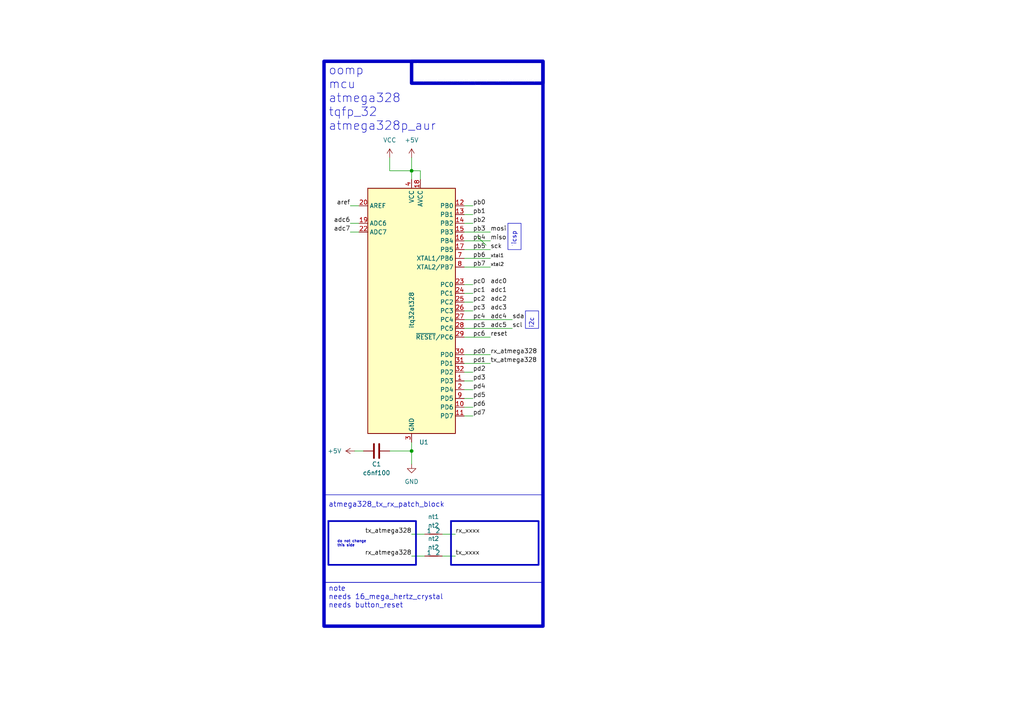
<source format=kicad_sch>
(kicad_sch (version 20230121) (generator eeschema)
  (paper "A4")
  (lib_symbols
    (symbol "oomlout_oomp_part_symbols:c6nf100_electronic_capacitor_0603_100_nano_farad" (pin_numbers hide) (pin_names (offset 0.254))
      (property "Reference" "C" (at 0.635 2.54 0))
      (property "Value" "c6nf100_electronic_capacitor_0603_100_nano_farad" (at 0.635 -2.54 0))
      (symbol "c6nf100_electronic_capacitor_0603_100_nano_farad_0_1"
        (polyline (pts (xy -2.032 -0.762) (xy 2.032 -0.762)) (stroke (width 0.508)))
        (polyline (pts (xy -2.032 0.762) (xy 2.032 0.762)) (stroke (width 0.508)))
      )
      (symbol "c6nf100_electronic_capacitor_0603_100_nano_farad_1_1"
        (pin passive line (at 0 3.81 270) (length 2.794) (name "~") (number "1"))
        (pin passive line (at 0 -3.81 90) (length 2.794) (name "~") (number "2"))
      )
    )
    (symbol "oomlout_oomp_part_symbols:itq32at328_electronic_ic_tqfp_32_mcu_atmega328_microchip_atmega328p_aur"
      (property "Reference" "J" (at -12.7 36.83 0))
      (property "Value" "itq32at328_electronic_ic_tqfp_32_mcu_atmega328_microchip_atmega328p_aur" (at 2.54 -36.83 0))
      (symbol "itq32at328_electronic_ic_tqfp_32_mcu_atmega328_microchip_atmega328p_aur_0_1"
        (rectangle (start -12.7 -35.56) (end 12.7 35.56) (stroke (width 0.254)) (fill (type background)))
      )
      (symbol "itq32at328_electronic_ic_tqfp_32_mcu_atmega328_microchip_atmega328p_aur_1_1"
        (pin bidirectional line (at 15.24 -20.32 180) (length 2.54) (name "PD3") (number "1"))
        (pin bidirectional line (at 15.24 -27.94 180) (length 2.54) (name "PD6") (number "10"))
        (pin bidirectional line (at 15.24 -30.48 180) (length 2.54) (name "PD7") (number "11"))
        (pin bidirectional line (at 15.24 30.48 180) (length 2.54) (name "PB0") (number "12"))
        (pin bidirectional line (at 15.24 27.94 180) (length 2.54) (name "PB1") (number "13"))
        (pin bidirectional line (at 15.24 25.4 180) (length 2.54) (name "PB2") (number "14"))
        (pin bidirectional line (at 15.24 22.86 180) (length 2.54) (name "PB3") (number "15"))
        (pin bidirectional line (at 15.24 20.32 180) (length 2.54) (name "PB4") (number "16"))
        (pin bidirectional line (at 15.24 17.78 180) (length 2.54) (name "PB5") (number "17"))
        (pin power_in line (at 2.54 38.1 270) (length 2.54) (name "AVCC") (number "18"))
        (pin input line (at -15.24 25.4 0) (length 2.54) (name "ADC6") (number "19"))
        (pin bidirectional line (at 15.24 -22.86 180) (length 2.54) (name "PD4") (number "2"))
        (pin passive line (at -15.24 30.48 0) (length 2.54) (name "AREF") (number "20"))
        (pin passive line (at 0 -38.1 90) (length 2.54) hide (name "GND") (number "21"))
        (pin input line (at -15.24 22.86 0) (length 2.54) (name "ADC7") (number "22"))
        (pin bidirectional line (at 15.24 7.62 180) (length 2.54) (name "PC0") (number "23"))
        (pin bidirectional line (at 15.24 5.08 180) (length 2.54) (name "PC1") (number "24"))
        (pin bidirectional line (at 15.24 2.54 180) (length 2.54) (name "PC2") (number "25"))
        (pin bidirectional line (at 15.24 0 180) (length 2.54) (name "PC3") (number "26"))
        (pin bidirectional line (at 15.24 -2.54 180) (length 2.54) (name "PC4") (number "27"))
        (pin bidirectional line (at 15.24 -5.08 180) (length 2.54) (name "PC5") (number "28"))
        (pin bidirectional line (at 15.24 -7.62 180) (length 2.54) (name "~{RESET}/PC6") (number "29"))
        (pin power_in line (at 0 -38.1 90) (length 2.54) (name "GND") (number "3"))
        (pin bidirectional line (at 15.24 -12.7 180) (length 2.54) (name "PD0") (number "30"))
        (pin bidirectional line (at 15.24 -15.24 180) (length 2.54) (name "PD1") (number "31"))
        (pin bidirectional line (at 15.24 -17.78 180) (length 2.54) (name "PD2") (number "32"))
        (pin power_in line (at 0 38.1 270) (length 2.54) (name "VCC") (number "4"))
        (pin passive line (at 0 -38.1 90) (length 2.54) hide (name "GND") (number "5"))
        (pin passive line (at 0 38.1 270) (length 2.54) hide (name "VCC") (number "6"))
        (pin bidirectional line (at 15.24 15.24 180) (length 2.54) (name "XTAL1/PB6") (number "7"))
        (pin bidirectional line (at 15.24 12.7 180) (length 2.54) (name "XTAL2/PB7") (number "8"))
        (pin bidirectional line (at 15.24 -25.4 180) (length 2.54) (name "PD5") (number "9"))
      )
    )
    (symbol "oomlout_oomp_part_symbols:nt2_electronic_nettie_2_nets_smd" (pin_numbers hide) (pin_names (offset 0)) (in_bom no)
      (property "Value" "nt2_electronic_nettie_2_nets_smd" (at 0 -1.27 0))
      (symbol "nt2_electronic_nettie_2_nets_smd_0_1"
        (polyline (pts (xy -1.27 0) (xy 1.27 0)) (stroke (width 0.254)))
      )
      (symbol "nt2_electronic_nettie_2_nets_smd_1_1"
        (pin passive line (at -2.54 0 0) (length 2.54) (name "1") (number "1"))
        (pin passive line (at 2.54 0 180) (length 2.54) (name "2") (number "2"))
      )
    )
    (symbol "power:+5V" (power) (pin_names (offset 0))
      (property "Value" "+5V" (at 0 3.556 0))
      (symbol "+5V_0_1"
        (polyline (pts (xy -0.762 1.27) (xy 0 2.54)))
        (polyline (pts (xy 0 0) (xy 0 2.54)))
        (polyline (pts (xy 0 2.54) (xy 0.762 1.27)))
      )
      (symbol "+5V_1_1"
        (pin power_in line (at 0 0 90) (length 0) hide (name "+5V") (number "1"))
      )
    )
    (symbol "power:GND" (power) (pin_names (offset 0))
      (property "Value" "GND" (at 0 -3.81 0))
      (symbol "GND_0_1"
        (polyline (pts (xy 0 0) (xy 0 -1.27) (xy 1.27 -1.27) (xy 0 -2.54) (xy -1.27 -1.27) (xy 0 -1.27)))
      )
      (symbol "GND_1_1"
        (pin power_in line (at 0 0 270) (length 0) hide (name "GND") (number "1"))
      )
    )
    (symbol "power:VCC" (power) (pin_names (offset 0))
      (property "Value" "VCC" (at 0 3.81 0))
      (symbol "VCC_0_1"
        (polyline (pts (xy -0.762 1.27) (xy 0 2.54)))
        (polyline (pts (xy 0 0) (xy 0 2.54)))
        (polyline (pts (xy 0 2.54) (xy 0.762 1.27)))
      )
      (symbol "VCC_1_1"
        (pin power_in line (at 0 0 90) (length 0) hide (name "VCC") (number "1"))
      )
    )
  )
  (junction (at 119.38 130.81))
  (junction (at 119.38 49.53))
  (bus_entry (at 138.43 68.58) (size 2.54 2.54))
  (wire (pts (xy 119.38 161.29) (xy 123.19 161.29)))
  (wire (pts (xy 119.38 49.53) (xy 119.38 52.07)))
  (wire (pts (xy 134.62 105.41) (xy 142.24 105.41)))
  (wire (pts (xy 119.38 128.27) (xy 119.38 130.81)))
  (wire (pts (xy 113.03 45.72) (xy 113.03 49.53)))
  (wire (pts (xy 134.62 107.95) (xy 137.16 107.95)))
  (wire (pts (xy 134.62 64.77) (xy 137.16 64.77)))
  (wire (pts (xy 128.27 154.94) (xy 132.08 154.94)))
  (wire (pts (xy 101.6 67.31) (xy 104.14 67.31)))
  (wire (pts (xy 134.62 120.65) (xy 137.16 120.65)))
  (wire (pts (xy 119.38 130.81) (xy 119.38 134.62)))
  (wire (pts (xy 102.87 130.81) (xy 105.41 130.81)))
  (wire (pts (xy 134.62 74.93) (xy 142.24 74.93)))
  (wire (pts (xy 134.62 95.25) (xy 148.59 95.25)))
  (wire (pts (xy 113.03 49.53) (xy 119.38 49.53)))
  (wire (pts (xy 134.62 92.71) (xy 148.59 92.71)))
  (wire (pts (xy 119.38 154.94) (xy 123.19 154.94)))
  (wire (pts (xy 134.62 87.63) (xy 137.16 87.63)))
  (wire (pts (xy 134.62 69.85) (xy 142.24 69.85)))
  (wire (pts (xy 121.92 52.07) (xy 121.92 49.53)))
  (wire (pts (xy 134.62 62.23) (xy 137.16 62.23)))
  (wire (pts (xy 134.62 102.87) (xy 142.24 102.87)))
  (wire (pts (xy 134.62 82.55) (xy 137.16 82.55)))
  (wire (pts (xy 134.62 85.09) (xy 137.16 85.09)))
  (wire (pts (xy 134.62 115.57) (xy 137.16 115.57)))
  (wire (pts (xy 113.03 130.81) (xy 119.38 130.81)))
  (wire (pts (xy 134.62 118.11) (xy 137.16 118.11)))
  (wire (pts (xy 134.62 97.79) (xy 142.24 97.79)))
  (wire (pts (xy 134.62 67.31) (xy 142.24 67.31)))
  (wire (pts (xy 134.62 110.49) (xy 137.16 110.49)))
  (wire (pts (xy 134.62 113.03) (xy 137.16 113.03)))
  (wire (pts (xy 119.38 45.72) (xy 119.38 49.53)))
  (wire (pts (xy 121.92 49.53) (xy 119.38 49.53)))
  (wire (pts (xy 134.62 72.39) (xy 142.24 72.39)))
  (wire (pts (xy 134.62 77.47) (xy 142.24 77.47)))
  (wire (pts (xy 128.27 161.29) (xy 132.08 161.29)))
  (wire (pts (xy 101.6 59.69) (xy 104.14 59.69)))
  (wire (pts (xy 101.6 64.77) (xy 104.14 64.77)))
  (wire (pts (xy 134.62 59.69) (xy 137.16 59.69)))
  (wire (pts (xy 134.62 90.17) (xy 137.16 90.17)))
  (rectangle (start 148.59 71.12) (end 148.59 71.12))
  (rectangle (start 93.98 143.51) (end 157.48 168.91))
  (rectangle (start 93.98 17.78) (end 157.48 181.61) (stroke (width 1)))
  (rectangle (start 138.43 181.61) (end 138.43 181.61))
  (rectangle (start 119.38 17.78) (end 157.48 24.13) (stroke (width 1)) (fill (type color)))
  (rectangle (start 95.25 151.13) (end 120.65 163.83) (stroke (width 0.5)))
  (rectangle (start 147.32 64.77) (end 151.13 72.39))
  (rectangle (start 93.98 168.91) (end 157.48 181.61))
  (rectangle (start 130.81 151.13) (end 156.21 163.83) (stroke (width 0.5)))
  (rectangle (start 152.4 90.17) (end 156.21 95.25))
  (text "i2c\n" (at 154.94 95.25 90) (effects (font (size 1.27 1.27)) (justify left bottom)))
  (text "atmega328" (at 156.21 24.13 0) (effects (font (size 4 4) (thickness 0.8) bold) (justify right bottom)))
  (text "name" (at 121.92 24.13 90) (effects (font (size 1.27 1.27) (thickness 0.254) bold) (justify left bottom)))
  (text "note\nneeds 16_mega_hertz_crystal\nneeds button_reset\n" (at 95.25 176.53 0) (effects (font (size 1.5 1.5)) (justify left bottom)))
  (text "oomp\nmcu\natmega328\ntqfp_32\natmega328p_aur" (at 95.25 38.1 0) (effects (font (size 2.5 2.5)) (justify left bottom)))
  (text "atmega328_tx_rx_patch_block" (at 95.25 147.32 0) (effects (font (size 1.5 1.5)) (justify left bottom)))
  (text "do not change\nthis side" (at 97.79 158.75 0) (effects (font (size 0.75 0.75)) (justify left bottom)))
  (text "icsp\n" (at 149.86 71.12 90) (effects (font (size 1.27 1.27)) (justify left bottom)))
  (label "pb0" (at 137.16 59.69 0))
  (label "pc0" (at 137.16 82.55 0))
  (label "adc4" (at 142.24 92.71 0))
  (label "adc2" (at 142.24 87.63 0))
  (label "pc2" (at 137.16 87.63 0))
  (label "adc6" (at 101.6 64.77 180))
  (label "pd7" (at 137.16 120.65 0))
  (label "scl" (at 148.59 95.25 0))
  (label "xtal2" (at 142.24 77.47 0) (effects (font (size 1 1))))
  (label "pb3" (at 137.16 67.31 0))
  (label "pb7" (at 137.16 77.47 0))
  (label "pb1" (at 137.16 62.23 0))
  (label "pd2" (at 137.16 107.95 0))
  (label "rx_atmega328" (at 142.24 102.87 0))
  (label "adc0" (at 142.24 82.55 0))
  (label "mosi" (at 142.24 67.31 0))
  (label "adc1" (at 142.24 85.09 0))
  (label "pc3" (at 137.16 90.17 0))
  (label "pc1" (at 137.16 85.09 0))
  (label "aref" (at 101.6 59.69 180))
  (label "pd5" (at 137.16 115.57 0))
  (label "adc3" (at 142.24 90.17 0))
  (label "pb2" (at 137.16 64.77 0))
  (label "adc5" (at 142.24 95.25 0))
  (label "pc4" (at 137.16 92.71 0))
  (label "pd0" (at 137.16 102.87 0))
  (label "pb6" (at 137.16 74.93 0))
  (label "miso" (at 142.24 69.85 0))
  (label "pd4" (at 137.16 113.03 0))
  (label "adc7" (at 101.6 67.31 180))
  (label "rx_atmega328" (at 119.38 161.29 180))
  (label "pb4" (at 137.16 69.85 0))
  (label "pd3" (at 137.16 110.49 0))
  (label "tx_atmega328" (at 142.24 105.41 0))
  (label "pd1" (at 137.16 105.41 0))
  (label "reset" (at 142.24 97.79 0))
  (label "rx_xxxx" (at 132.08 154.94 0))
  (label "sda" (at 148.59 92.71 0))
  (label "pc5" (at 137.16 95.25 0))
  (label "pd6" (at 137.16 118.11 0))
  (label "tx_atmega328" (at 119.38 154.94 180))
  (label "pb5" (at 137.16 72.39 0))
  (label "xtal1" (at 142.24 74.93 0) (effects (font (size 1 1))))
  (label "pc6" (at 137.16 97.79 0))
  (label "tx_xxxx" (at 132.08 161.29 0))
  (label "sck" (at 142.24 72.39 0))
  (symbol (lib_id "power:GND") (at 119.38 134.62 0) (unit 1)
    (property "Reference" "#PWR04" (effects hide))
    (property "Value" "GND" (at 119.38 139.7 0))
  )
  (symbol (lib_id "oomlout_oomp_part_symbols:nt2_electronic_nettie_2_nets_smd") (at 125.73 154.94 0) (unit 1) (in_bom no)
    (property "Reference" "nt1" (at 125.73 149.86 0))
    (property "Value" "nt2" (at 125.73 152.4 0))
    (property "Footprint" "oomlout_oomp_part_kicad_footprints:nt2_electronic_nettie_2_nets_smd" (effects hide))
    (property "Datasheet" "https://github.com/oomlout/oomlout_oomp_v3/parts/electronic_nettie_2_nets_smd/datasheet.pdf" (effects hide))
  )
  (symbol (lib_id "power:VCC") (at 113.03 45.72 0) (unit 1)
    (property "Reference" "#PWR02" (effects hide))
    (property "Value" "VCC" (at 113.03 40.64 0))
  )
  (symbol (lib_id "oomlout_oomp_part_symbols:c6nf100_electronic_capacitor_0603_100_nano_farad") (at 109.22 130.81 90) (unit 1)
    (property "Reference" "C1" (at 109.22 134.62 90))
    (property "Value" "c6nf100" (at 109.22 137.16 90))
    (property "Footprint" "oomlout_oomp_part_kicad_footprints:c6nf100_electronic_capacitor_0603_100_nano_farad" (effects hide))
    (property "Datasheet" "https://github.com/oomlout/oomlout_oomp_v3/parts/electronic_capacitor_0603_100_nano_farad/datasheet.pdf" (effects hide))
  )
  (symbol (lib_id "power:+5V") (at 102.87 130.81 90) (unit 1)
    (property "Reference" "#PWR01" (effects hide))
    (property "Value" "+5V" (at 99.06 130.81 90) (effects (justify left)))
  )
  (symbol (lib_id "power:+5V") (at 119.38 45.72 0) (unit 1)
    (property "Reference" "#PWR03" (effects hide))
    (property "Value" "+5V" (at 119.38 40.64 0))
  )
  (symbol (lib_id "oomlout_oomp_part_symbols:itq32at328_electronic_ic_tqfp_32_mcu_atmega328_microchip_atmega328p_aur") (at 119.38 90.17 0) (unit 1)
    (property "Reference" "U1" (at 121.5741 128.27 0) (effects (justify left)))
    (property "Value" "itq32at328" (at 119.38 95.25 90) (effects (justify left)))
    (property "Footprint" "oomlout_oomp_part_kicad_footprints:itq32at328_electronic_ic_tqfp_32_mcu_atmega328_microchip_atmega328p_aur" (effects hide))
    (property "Datasheet" "https://github.com/oomlout/oomlout_oomp_v3/parts/electronic_ic_tqfp_32_mcu_atmega328_microchip_atmega328p_aur/datasheet.pdf" (effects hide))
  )
  (symbol (lib_id "oomlout_oomp_part_symbols:nt2_electronic_nettie_2_nets_smd") (at 125.73 161.29 0) (unit 1) (in_bom no)
    (property "Reference" "nt2" (at 125.73 156.21 0))
    (property "Value" "nt2" (at 125.73 158.75 0))
    (property "Footprint" "oomlout_oomp_part_kicad_footprints:nt2_electronic_nettie_2_nets_smd" (effects hide))
    (property "Datasheet" "https://github.com/oomlout/oomlout_oomp_v3/parts/electronic_nettie_2_nets_smd/datasheet.pdf" (effects hide))
  )
)
</source>
